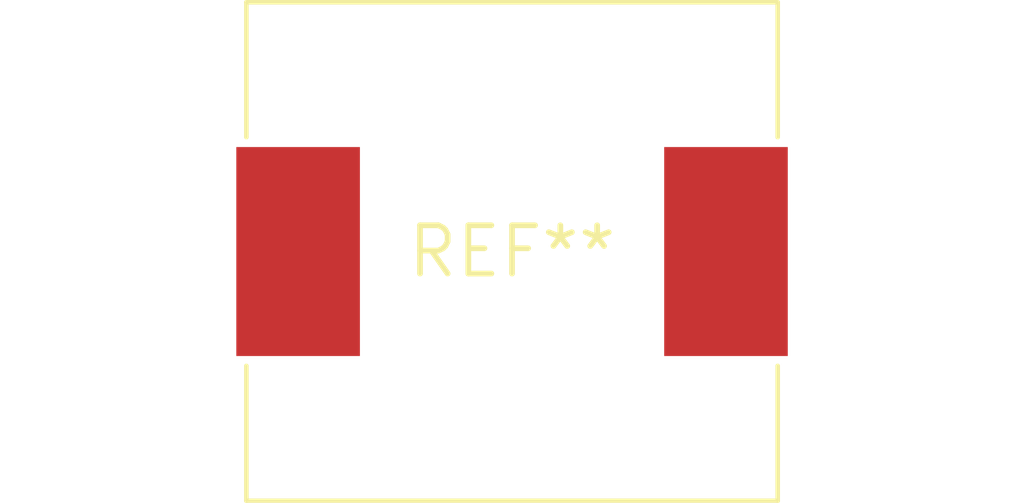
<source format=kicad_pcb>
(kicad_pcb (version 20240108) (generator pcbnew)
  (layers (0 "F.Cu" signal) (31 "B.Cu" signal) (34 "B.Paste" user) (35 "F.Paste" user) (36 "B.SilkS" user "B.Silkscreen") (37 "F.SilkS" user "F.Silkscreen") (38 "B.Mask" user) (39 "F.Mask" user) (44 "Edge.Cuts" user))
  (net 0 "")
  (footprint "L_Sunlord_MWSA1206S-4R7" (layer "F.Cu") (at 0 0)
    (property "Reference" "REF**")
    (property "Value" "L_Sunlord_MWSA1206S-4R7")
    (fp_line (start -6.985 -6.56) (end -6.985 -3.01) (layer "F.SilkS") (stroke (width 0.12)))
    (fp_line (start -6.985 -6.56) (end 6.985 -6.56) (layer "F.SilkS") (stroke (width 0.12)))
    (fp_line (start -6.985 6.56) (end -6.985 3.01) (layer "F.SilkS") (stroke (width 0.12)))
    (fp_line (start -6.985 6.56) (end 6.985 6.56) (layer "F.SilkS") (stroke (width 0.12)))
    (fp_line (start 6.985 -6.56) (end 6.985 -3.01) (layer "F.SilkS") (stroke (width 0.12)))
    (fp_line (start 6.985 6.56) (end 6.985 3.01) (layer "F.SilkS") (stroke (width 0.12)))
    (pad "1" smd rect (at -5.625 0) (size 3.25 5.5) (layers "F.Cu" "F.Paste" "F.Mask"))
    (pad "2" smd rect (at 5.625 0) (size 3.25 5.5) (layers "F.Cu" "F.Paste" "F.Mask"))
  )
)
</source>
